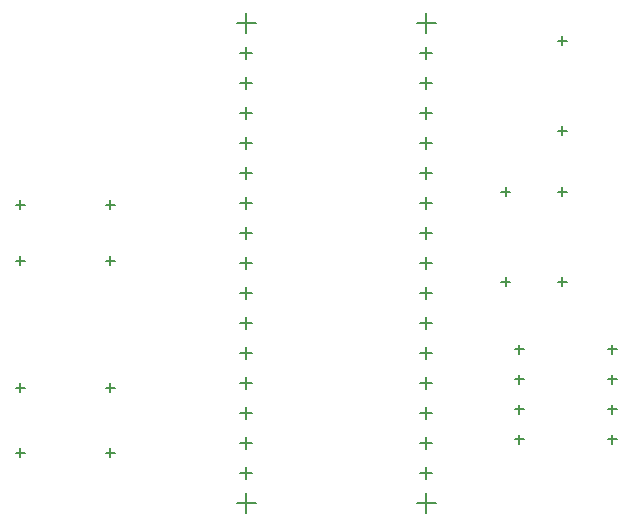
<source format=gbr>
%TF.GenerationSoftware,Altium Limited,Altium Designer,23.9.2 (47)*%
G04 Layer_Color=128*
%FSLAX45Y45*%
%MOMM*%
%TF.SameCoordinates,069DA617-DDAF-4FD6-95A1-D134820B9D42*%
%TF.FilePolarity,Positive*%
%TF.FileFunction,Drillmap*%
%TF.Part,Single*%
G01*
G75*
%TA.AperFunction,NonConductor*%
%ADD17C,0.12700*%
D17*
X3892449Y4214002D02*
X4057549D01*
X3974999Y4131452D02*
Y4296552D01*
X2368449Y4214002D02*
X2533549D01*
X2450999Y4131452D02*
Y4296552D01*
X2368449Y150002D02*
X2533549D01*
X2450999Y67452D02*
Y232552D01*
X3892449Y150002D02*
X4057549D01*
X3974999Y67452D02*
Y232552D01*
X2400199Y404002D02*
X2501799D01*
X2450999Y353202D02*
Y454802D01*
X2400199Y658002D02*
X2501799D01*
X2450999Y607202D02*
Y708802D01*
X2400199Y912002D02*
X2501799D01*
X2450999Y861202D02*
Y962802D01*
X2400199Y1166002D02*
X2501799D01*
X2450999Y1115202D02*
Y1216802D01*
X2400199Y1420002D02*
X2501799D01*
X2450999Y1369202D02*
Y1470802D01*
X2400199Y1674002D02*
X2501799D01*
X2450999Y1623202D02*
Y1724802D01*
X2400199Y1928002D02*
X2501799D01*
X2450999Y1877202D02*
Y1978802D01*
X2400199Y2182002D02*
X2501799D01*
X2450999Y2131202D02*
Y2232802D01*
X2400199Y2436002D02*
X2501799D01*
X2450999Y2385202D02*
Y2486802D01*
X2400199Y2690002D02*
X2501799D01*
X2450999Y2639202D02*
Y2740802D01*
X2400199Y2944002D02*
X2501799D01*
X2450999Y2893202D02*
Y2994802D01*
X2400199Y3198002D02*
X2501799D01*
X2450999Y3147202D02*
Y3248802D01*
X2400199Y3452002D02*
X2501799D01*
X2450999Y3401202D02*
Y3502802D01*
X2400199Y3706002D02*
X2501799D01*
X2450999Y3655202D02*
Y3756802D01*
X2400199Y3960002D02*
X2501799D01*
X2450999Y3909202D02*
Y4010802D01*
X3924199Y3960002D02*
X4025799D01*
X3974999Y3909202D02*
Y4010802D01*
X3924199Y3706002D02*
X4025799D01*
X3974999Y3655202D02*
Y3756802D01*
X3924199Y3452002D02*
X4025799D01*
X3974999Y3401202D02*
Y3502802D01*
X3924199Y3198002D02*
X4025799D01*
X3974999Y3147202D02*
Y3248802D01*
X3924199Y2944002D02*
X4025799D01*
X3974999Y2893202D02*
Y2994802D01*
X3924199Y2690002D02*
X4025799D01*
X3974999Y2639202D02*
Y2740802D01*
X3924199Y2436002D02*
X4025799D01*
X3974999Y2385202D02*
Y2486802D01*
X3924199Y2182002D02*
X4025799D01*
X3974999Y2131202D02*
Y2232802D01*
X3924199Y1928002D02*
X4025799D01*
X3974999Y1877202D02*
Y1978802D01*
X3924199Y1674002D02*
X4025799D01*
X3974999Y1623202D02*
Y1724802D01*
X3924199Y1420002D02*
X4025799D01*
X3974999Y1369202D02*
Y1470802D01*
X3924199Y1166002D02*
X4025799D01*
X3974999Y1115202D02*
Y1216802D01*
X3924199Y912002D02*
X4025799D01*
X3974999Y861202D02*
Y962802D01*
X3924199Y658002D02*
X4025799D01*
X3974999Y607202D02*
Y708802D01*
X3924199Y404002D02*
X4025799D01*
X3974999Y353202D02*
Y454802D01*
X4611898Y2787000D02*
X4688098D01*
X4649998Y2748900D02*
Y2825100D01*
X4611898Y2025000D02*
X4688098D01*
X4649998Y1986900D02*
Y2063100D01*
X4723004Y942000D02*
X4803004D01*
X4763004Y902000D02*
Y982000D01*
X4723004Y1196000D02*
X4803004D01*
X4763004Y1156000D02*
Y1236000D01*
X4723004Y688000D02*
X4803004D01*
X4763004Y648000D02*
Y728000D01*
X4723004Y1450000D02*
X4803004D01*
X4763004Y1410000D02*
Y1490000D01*
X5510003Y688000D02*
X5590003D01*
X5550003Y648000D02*
Y728000D01*
X5510003Y1450000D02*
X5590003D01*
X5550003Y1410000D02*
Y1490000D01*
X5510003Y942000D02*
X5590003D01*
X5550003Y902000D02*
Y982000D01*
X5510003Y1196000D02*
X5590003D01*
X5550003Y1156000D02*
Y1236000D01*
X5086900Y4061999D02*
X5163100D01*
X5125000Y4023899D02*
Y4100099D01*
X5086900Y3299999D02*
X5163100D01*
X5125000Y3261899D02*
Y3338099D01*
X5086900Y2025000D02*
X5163100D01*
X5125000Y1986900D02*
Y2063100D01*
X5086900Y2787000D02*
X5163100D01*
X5125000Y2748900D02*
Y2825100D01*
X1261903Y1124997D02*
X1338103D01*
X1300003Y1086897D02*
Y1163097D01*
X499903Y1124997D02*
X576103D01*
X538003Y1086897D02*
Y1163097D01*
X1261898Y2675001D02*
X1338098D01*
X1299998Y2636901D02*
Y2713101D01*
X499898Y2675001D02*
X576098D01*
X537998Y2636901D02*
Y2713101D01*
X499898Y2200001D02*
X576098D01*
X537998Y2161901D02*
Y2238101D01*
X1261898Y2200001D02*
X1338098D01*
X1299998Y2161901D02*
Y2238101D01*
X1261898Y575000D02*
X1338098D01*
X1299998Y536900D02*
Y613100D01*
X499898Y575000D02*
X576098D01*
X537998Y536900D02*
Y613100D01*
%TF.MD5,cf99f02f0a1360605693930f6c3a3268*%
M02*

</source>
